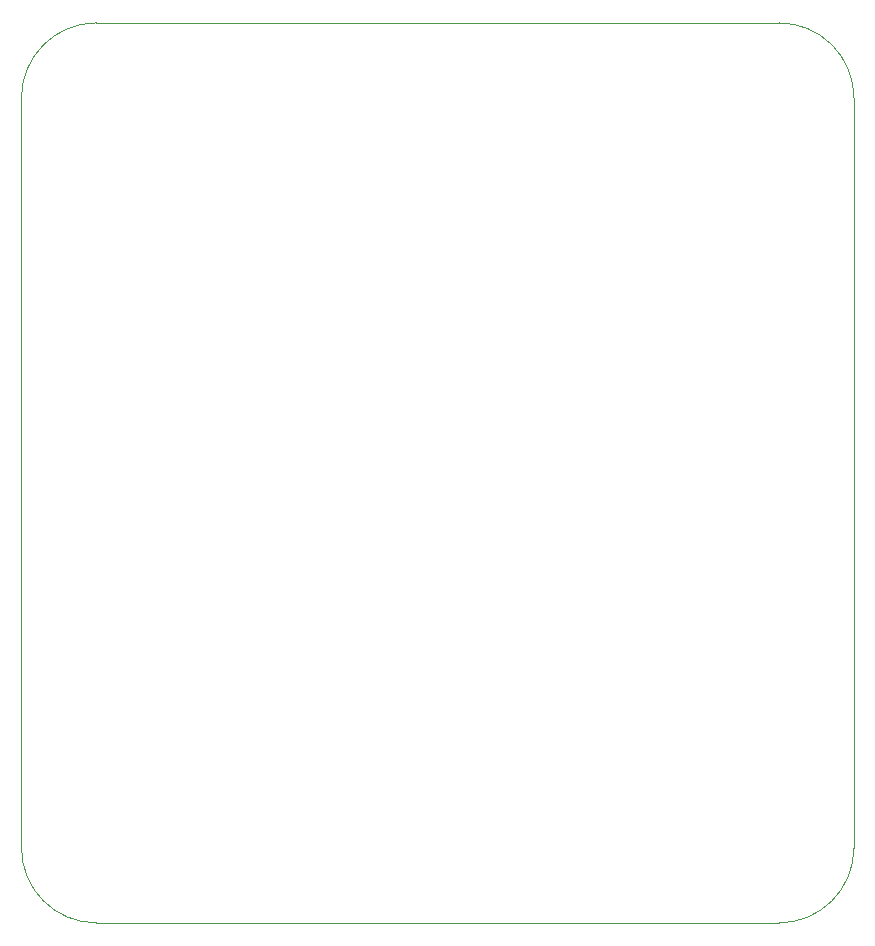
<source format=gbr>
%TF.GenerationSoftware,KiCad,Pcbnew,8.0.2-1*%
%TF.CreationDate,2024-10-12T14:19:10-07:00*%
%TF.ProjectId,PowerDistribution,506f7765-7244-4697-9374-726962757469,R2*%
%TF.SameCoordinates,Original*%
%TF.FileFunction,Profile,NP*%
%FSLAX46Y46*%
G04 Gerber Fmt 4.6, Leading zero omitted, Abs format (unit mm)*
G04 Created by KiCad (PCBNEW 8.0.2-1) date 2024-10-12 14:19:10*
%MOMM*%
%LPD*%
G01*
G04 APERTURE LIST*
%TA.AperFunction,Profile*%
%ADD10C,0.100000*%
%TD*%
G04 APERTURE END LIST*
D10*
X243034369Y-110492572D02*
G75*
G02*
X236684369Y-116842569I-6349969J-28D01*
G01*
X178899369Y-40642572D02*
X236684369Y-40642572D01*
X236684369Y-40642572D02*
G75*
G02*
X243034428Y-46992572I31J-6350028D01*
G01*
X236684369Y-116842572D02*
X178899369Y-116842572D01*
X178899369Y-116842572D02*
G75*
G02*
X172549428Y-110492572I31J6349972D01*
G01*
X172549369Y-110492572D02*
X172549369Y-46992572D01*
X172549369Y-46992572D02*
G75*
G02*
X178899369Y-40642569I6350031J-28D01*
G01*
X243034369Y-46992572D02*
X243034369Y-110492572D01*
M02*

</source>
